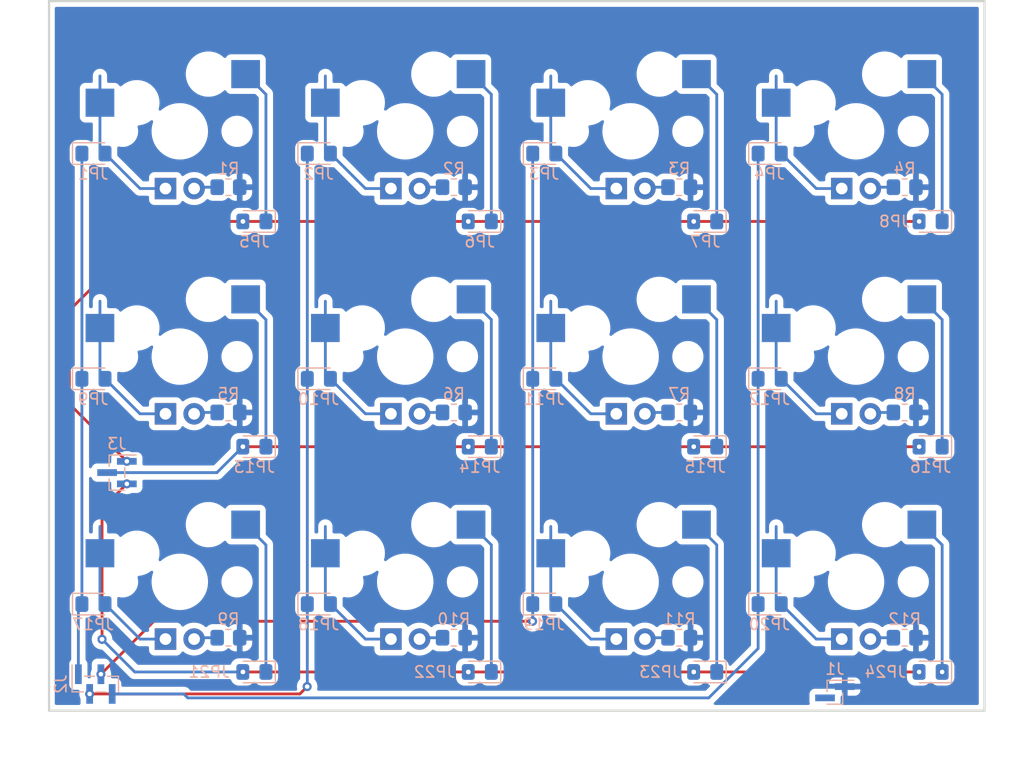
<source format=kicad_pcb>
(kicad_pcb (version 20211014) (generator pcbnew)
  (layers (0 "F.Cu" signal) (31 "B.Cu" signal) (34 "B.Paste" user) (35 "F.Paste" user) (36 "B.SilkS" user "B.Silkscreen") (37 "F.SilkS" user "F.Silkscreen") (38 "B.Mask" user) (39 "F.Mask" user) (44 "Edge.Cuts" user))
  (net 0 "")
  (net 1 "5V")
  (net 2 "GND")
  (net 3 "COL0")
  (net 4 "COL1")
  (net 5 "COL2")
  (net 6 "COL3")
  (net 7 "ROW0")
  (net 8 "ROW1")
  (net 9 "ROW2")
  (net 10 "Net-(R1-Pad2)")
  (net 11 "Net-(JP4-Pad2)")
  (net 12 "Net-(JP1-Pad2)")
  (net 13 "Net-(JP5-Pad1)")
  (net 14 "Net-(JP2-Pad2)")
  (net 15 "Net-(JP3-Pad2)")
  (net 16 "Net-(JP6-Pad1)")
  (net 17 "Net-(JP7-Pad1)")
  (net 18 "Net-(JP8-Pad1)")
  (net 19 "Net-(JP9-Pad2)")
  (net 20 "Net-(JP10-Pad2)")
  (net 21 "Net-(JP11-Pad2)")
  (net 22 "Net-(JP12-Pad2)")
  (net 23 "Net-(JP13-Pad1)")
  (net 24 "Net-(JP14-Pad1)")
  (net 25 "Net-(JP15-Pad1)")
  (net 26 "Net-(JP16-Pad1)")
  (net 27 "Net-(JP17-Pad2)")
  (net 28 "Net-(JP18-Pad2)")
  (net 29 "Net-(JP19-Pad2)")
  (net 30 "Net-(JP20-Pad2)")
  (net 31 "Net-(JP21-Pad1)")
  (net 32 "Net-(JP22-Pad1)")
  (net 33 "Net-(JP23-Pad1)")
  (net 34 "Net-(JP24-Pad1)")
  (net 35 "Net-(R2-Pad2)")
  (net 36 "Net-(R3-Pad2)")
  (net 37 "Net-(R4-Pad2)")
  (net 38 "Net-(R5-Pad2)")
  (net 39 "Net-(R6-Pad2)")
  (net 40 "Net-(R7-Pad2)")
  (net 41 "Net-(R8-Pad2)")
  (net 42 "Net-(R9-Pad2)")
  (net 43 "Net-(R10-Pad2)")
  (net 44 "Net-(R11-Pad2)")
  (net 45 "Net-(R12-Pad2)")
  (footprint "MX_Only:MXOnly-1U-FLIPPED-Hotswap-LED" (layer "F.Cu") (at 145 53)
    (fp_text reference "SW1")
    (fp_text value "SW_Push")
  )
  (footprint "MX_Only:MXOnly-1U-FLIPPED-Hotswap-LED" (layer "F.Cu") (at 205 73)
    (fp_text reference "SW8")
    (fp_text value "SW_Push")
  )
  (footprint "MX_Only:MXOnly-1U-FLIPPED-Hotswap-LED" (layer "F.Cu") (at 165 53)
    (fp_text reference "SW2")
    (fp_text value "SW_Push")
  )
  (footprint "MX_Only:MXOnly-1U-FLIPPED-Hotswap-LED" (layer "F.Cu") (at 165 93)
    (fp_text reference "SW10")
    (fp_text value "SW_Push")
  )
  (footprint "MX_Only:MXOnly-1U-FLIPPED-Hotswap-LED" (layer "F.Cu") (at 185 93)
    (fp_text reference "SW11")
    (fp_text value "SW_Push")
  )
  (footprint "MX_Only:MXOnly-1U-FLIPPED-Hotswap-LED" (layer "F.Cu") (at 185 73)
    (fp_text reference "SW7")
    (fp_text value "SW_Push")
  )
  (footprint "MX_Only:MXOnly-1U-FLIPPED-Hotswap-LED" (layer "F.Cu") (at 205 53)
    (fp_text reference "SW4")
    (fp_text value "SW_Push")
  )
  (footprint "MX_Only:MXOnly-1U-FLIPPED-Hotswap-LED" (layer "F.Cu") (at 205 93)
    (fp_text reference "SW12")
    (fp_text value "SW_Push")
  )
  (footprint "MX_Only:MXOnly-1U-FLIPPED-Hotswap-LED" (layer "F.Cu") (at 145 93)
    (fp_text reference "SW9")
    (fp_text value "SW_Push")
  )
  (footprint "MX_Only:MXOnly-1U-FLIPPED-Hotswap-LED" (layer "F.Cu") (at 185 53)
    (fp_text reference "SW3")
    (fp_text value "SW_Push")
  )
  (footprint "MX_Only:MXOnly-1U-FLIPPED-Hotswap-LED" (layer "F.Cu") (at 145 73)
    (fp_text reference "SW5")
    (fp_text value "SW_Push")
  )
  (footprint "MX_Only:MXOnly-1U-FLIPPED-Hotswap-LED" (layer "F.Cu") (at 165 73)
    (fp_text reference "SW6")
    (fp_text value "SW_Push")
  )
  (footprint "Resistor_SMD:R_0805_2012Metric_Pad1.20x1.40mm_HandSolder" (layer "B.Cu") (at 209.315 77.96 180)
    (fp_text reference "R8")
    (fp_text value "R")
  )
  (footprint "Resistor_SMD:R_0805_2012Metric_Pad1.20x1.40mm_HandSolder" (layer "B.Cu") (at 149.315 57.96 180)
    (fp_text reference "R1")
    (fp_text value "R")
  )
  (footprint "Resistor_SMD:R_0805_2012Metric_Pad1.20x1.40mm_HandSolder" (layer "B.Cu") (at 189.315 97.96 180)
    (fp_text reference "R11")
    (fp_text value "R")
  )
  (footprint "Diode_SMD:D_0805_2012Metric_Pad1.15x1.40mm_HandSolder" (layer "B.Cu") (at 137.338609 94.972781)
    (fp_text reference "JP17")
    (fp_text value "SolderJumper_2_Open")
  )
  (footprint "Resistor_SMD:R_0805_2012Metric_Pad1.20x1.40mm_HandSolder" (layer "B.Cu") (at 169.315 57.96 180)
    (fp_text reference "R2")
    (fp_text value "R")
  )
  (footprint "Diode_SMD:D_0805_2012Metric_Pad1.15x1.40mm_HandSolder" (layer "B.Cu") (at 151.616424 81 180)
    (fp_text reference "JP13")
    (fp_text value "SolderJumper_2_Open")
  )
  (footprint "Diode_SMD:D_0805_2012Metric_Pad1.15x1.40mm_HandSolder" (layer "B.Cu") (at 191.616424 81 180)
    (fp_text reference "JP15")
    (fp_text value "SolderJumper_2_Open")
  )
  (footprint "Diode_SMD:D_0805_2012Metric_Pad1.15x1.40mm_HandSolder" (layer "B.Cu") (at 197.338609 54.972781)
    (fp_text reference "JP4")
    (fp_text value "SolderJumper_2_Open")
  )
  (footprint "Connector_PinHeader_1.00mm:PinHeader_1x02_P1.00mm_Vertical_SMD_Pin1Left" (layer "B.Cu") (at 203.125 102.8 180)
    (fp_text reference "J1")
    (fp_text value "Conn_01x02_Male")
  )
  (footprint "Diode_SMD:D_0805_2012Metric_Pad1.15x1.40mm_HandSolder" (layer "B.Cu") (at 177.338609 54.972781)
    (fp_text reference "JP3")
    (fp_text value "SolderJumper_2_Open")
  )
  (footprint "Diode_SMD:D_0805_2012Metric_Pad1.15x1.40mm_HandSolder" (layer "B.Cu") (at 171.616424 61 180)
    (fp_text reference "JP6")
    (fp_text value "SolderJumper_2_Open")
  )
  (footprint "Diode_SMD:D_0805_2012Metric_Pad1.15x1.40mm_HandSolder" (layer "B.Cu") (at 171.616424 101 180)
    (fp_text reference "JP22")
    (fp_text value "SolderJumper_2_Open")
  )
  (footprint "Resistor_SMD:R_0805_2012Metric_Pad1.20x1.40mm_HandSolder" (layer "B.Cu") (at 169.315 97.96 180)
    (fp_text reference "R10")
    (fp_text value "R")
  )
  (footprint "Diode_SMD:D_0805_2012Metric_Pad1.15x1.40mm_HandSolder" (layer "B.Cu") (at 177.338609 94.972781)
    (fp_text reference "JP19")
    (fp_text value "SolderJumper_2_Open")
  )
  (footprint "Diode_SMD:D_0805_2012Metric_Pad1.15x1.40mm_HandSolder" (layer "B.Cu") (at 137.338609 74.972781)
    (fp_text reference "JP9")
    (fp_text value "SolderJumper_2_Open")
  )
  (footprint "Resistor_SMD:R_0805_2012Metric_Pad1.20x1.40mm_HandSolder" (layer "B.Cu") (at 189.315 57.96 180)
    (fp_text reference "R3")
    (fp_text value "R")
  )
  (footprint "Connector_PinHeader_1.00mm:PinHeader_1x03_P1.00mm_Vertical_SMD_Pin1Left" (layer "B.Cu") (at 139.425 83.3 180)
    (fp_text reference "J3")
    (fp_text value "Conn_01x03_Male")
  )
  (footprint "Diode_SMD:D_0805_2012Metric_Pad1.15x1.40mm_HandSolder" (layer "B.Cu") (at 191.616424 101 180)
    (fp_text reference "JP23")
    (fp_text value "SolderJumper_2_Open")
  )
  (footprint "Resistor_SMD:R_0805_2012Metric_Pad1.20x1.40mm_HandSolder" (layer "B.Cu") (at 209.315 97.96 180)
    (fp_text reference "R12")
    (fp_text value "R")
  )
  (footprint "Diode_SMD:D_0805_2012Metric_Pad1.15x1.40mm_HandSolder" (layer "B.Cu") (at 211.616424 61 180)
    (fp_text reference "JP8")
    (fp_text value "SolderJumper_2_Open")
  )
  (footprint "Diode_SMD:D_0805_2012Metric_Pad1.15x1.40mm_HandSolder" (layer "B.Cu") (at 171.616424 81 180)
    (fp_text reference "JP14")
    (fp_text value "SolderJumper_2_Open")
  )
  (footprint "Diode_SMD:D_0805_2012Metric_Pad1.15x1.40mm_HandSolder" (layer "B.Cu") (at 177.338609 74.972781)
    (fp_text reference "JP11")
    (fp_text value "SolderJumper_2_Open")
  )
  (footprint "Diode_SMD:D_0805_2012Metric_Pad1.15x1.40mm_HandSolder" (layer "B.Cu") (at 211.616424 81 180)
    (fp_text reference "JP16")
    (fp_text value "SolderJumper_2_Open")
  )
  (footprint "Diode_SMD:D_0805_2012Metric_Pad1.15x1.40mm_HandSolder" (layer "B.Cu") (at 197.338609 94.972781)
    (fp_text reference "JP20")
    (fp_text value "SolderJumper_2_Open")
  )
  (footprint "Resistor_SMD:R_0805_2012Metric_Pad1.20x1.40mm_HandSolder" (layer "B.Cu") (at 149.315 77.96 180)
    (fp_text reference "R5")
    (fp_text value "R")
  )
  (footprint "Resistor_SMD:R_0805_2012Metric_Pad1.20x1.40mm_HandSolder" (layer "B.Cu") (at 169.315 77.96 180)
    (fp_text reference "R6")
    (fp_text value "R")
  )
  (footprint "Diode_SMD:D_0805_2012Metric_Pad1.15x1.40mm_HandSolder" (layer "B.Cu") (at 151.616424 61 180)
    (fp_text reference "JP5")
    (fp_text value "SolderJumper_2_Open")
  )
  (footprint "Resistor_SMD:R_0805_2012Metric_Pad1.20x1.40mm_HandSolder" (layer "B.Cu") (at 149.315 97.96 180)
    (fp_text reference "R9")
    (fp_text value "R")
  )
  (footprint "Diode_SMD:D_0805_2012Metric_Pad1.15x1.40mm_HandSolder" (layer "B.Cu") (at 151.616424 101 180)
    (fp_text reference "JP21")
    (fp_text value "SolderJumper_2_Open")
  )
  (footprint "Resistor_SMD:R_0805_2012Metric_Pad1.20x1.40mm_HandSolder" (layer "B.Cu") (at 189.315 77.96 180)
    (fp_text reference "R7")
    (fp_text value "R")
  )
  (footprint "Diode_SMD:D_0805_2012Metric_Pad1.15x1.40mm_HandSolder" (layer "B.Cu") (at 137.338609 54.972781)
    (fp_text reference "JP1")
    (fp_text value "SolderJumper_2_Open")
  )
  (footprint "Diode_SMD:D_0805_2012Metric_Pad1.15x1.40mm_HandSolder" (layer "B.Cu") (at 157.338609 74.972781)
    (fp_text reference "JP10")
    (fp_text value "SolderJumper_2_Open")
  )
  (footprint "Diode_SMD:D_0805_2012Metric_Pad1.15x1.40mm_HandSolder" (layer "B.Cu") (at 197.338609 74.972781)
    (fp_text reference "JP12")
    (fp_text value "SolderJumper_2_Open")
  )
  (footprint "Resistor_SMD:R_0805_2012Metric_Pad1.20x1.40mm_HandSolder" (layer "B.Cu") (at 209.315 57.96 180)
    (fp_text reference "R4")
    (fp_text value "R")
  )
  (footprint "Diode_SMD:D_0805_2012Metric_Pad1.15x1.40mm_HandSolder" (layer "B.Cu") (at 157.338609 94.972781)
    (fp_text reference "JP18")
    (fp_text value "SolderJumper_2_Open")
  )
  (footprint "Diode_SMD:D_0805_2012Metric_Pad1.15x1.40mm_HandSolder" (layer "B.Cu") (at 191.616424 61 180)
    (fp_text reference "JP7")
    (fp_text value "SolderJumper_2_Open")
  )
  (footprint "Diode_SMD:D_0805_2012Metric_Pad1.15x1.40mm_HandSolder" (layer "B.Cu") (at 157.338609 54.972781)
    (fp_text reference "JP2")
    (fp_text value "SolderJumper_2_Open")
  )
  (footprint "Connector_PinHeader_1.00mm:PinHeader_1x04_P1.00mm_Vertical_SMD_Pin1Left" (layer "B.Cu") (at 137.5 102.075 -90)
    (fp_text reference "J2")
    (fp_text value "Conn_01x04_Male")
  )
  (footprint "Diode_SMD:D_0805_2012Metric_Pad1.15x1.40mm_HandSolder" (layer "B.Cu") (at 211.616424 101 180)
    (fp_text reference "JP24")
    (fp_text value "SolderJumper_2_Open")
  )
  (gr_rect (start 133.4 41.44) (end 216.4 104.44) (layer "Edge.Cuts") (width 0.2) (fill none))
  (segment (start 136.313609 94.972781) (end 136 95.28639) (width 0.25) (layer "B.Cu") (net 3))
  (segment (start 136 95.28639) (end 136 101.2) (width 0.25) (layer "B.Cu") (net 3))
  (segment (start 136.313609 74.972781) (end 136.313609 94.972781) (width 0.25) (layer "B.Cu") (net 3))
  (segment (start 136.313609 54.972781) (end 136.313609 74.972781) (width 0.25) (layer "B.Cu") (net 3))
  (segment (start 155.65 102.95) (end 137 102.95) (width 0.25) (layer "F.Cu") (net 4))
  (segment (start 156.3 102.3) (end 155.65 102.95) (width 0.25) (layer "F.Cu") (net 4))
  (via (at 156.3 102.3) (size 0.8) (drill 0.4) (layers "F.Cu" "B.Cu") (net 4))
  (via (at 137 102.95) (size 0.8) (drill 0.4) (layers "F.Cu" "B.Cu") (net 4))
  (segment (start 156.313609 74.972781) (end 156.313609 94.972781) (width 0.25) (layer "B.Cu") (net 4))
  (segment (start 156.313609 94.972781) (end 156.313609 102.286391) (width 0.25) (layer "B.Cu") (net 4))
  (segment (start 156.313609 102.286391) (end 156.3 102.3) (width 0.25) (layer "B.Cu") (net 4))
  (segment (start 156.313609 54.972781) (end 156.313609 74.972781) (width 0.25) (layer "B.Cu") (net 4))
  (segment (start 142.7 96.5) (end 138 101.2) (width 0.25) (layer "F.Cu") (net 5))
  (segment (start 176.3 96.5) (end 142.7 96.5) (width 0.25) (layer "F.Cu") (net 5))
  (via (at 138 101.2) (size 0.8) (drill 0.4) (layers "F.Cu" "B.Cu") (net 5))
  (via (at 176.3 96.5) (size 0.8) (drill 0.4) (layers "F.Cu" "B.Cu") (net 5))
  (segment (start 176.313609 94.972781) (end 176.313609 96.486391) (width 0.25) (layer "B.Cu") (net 5))
  (segment (start 176.313609 96.486391) (end 176.3 96.5) (width 0.25) (layer "B.Cu") (net 5))
  (segment (start 176.313609 74.972781) (end 176.313609 94.972781) (width 0.25) (layer "B.Cu") (net 5))
  (segment (start 176.313609 54.972781) (end 176.313609 74.972781) (width 0.25) (layer "B.Cu") (net 5))
  (segment (start 145.35 102.95) (end 139 102.95) (width 0.25) (layer "B.Cu") (net 6))
  (segment (start 196.313609 94.972781) (end 196.313609 98.915988) (width 0.25) (layer "B.Cu") (net 6))
  (segment (start 196.313609 74.972781) (end 196.313609 94.972781) (width 0.25) (layer "B.Cu") (net 6))
  (segment (start 196.313609 54.972781) (end 196.313609 74.972781) (width 0.25) (layer "B.Cu") (net 6))
  (segment (start 145.7 103.3) (end 145.35 102.95) (width 0.25) (layer "B.Cu") (net 6))
  (segment (start 196.313609 98.915988) (end 191.929597 103.3) (width 0.25) (layer "B.Cu") (net 6))
  (segment (start 191.929597 103.3) (end 145.7 103.3) (width 0.25) (layer "B.Cu") (net 6))
  (segment (start 170.6 61) (end 150.6 61) (width 0.25) (layer "F.Cu") (net 7))
  (segment (start 143.1 61) (end 135.2 68.9) (width 0.25) (layer "F.Cu") (net 7))
  (segment (start 210.6 61) (end 190.6 61) (width 0.25) (layer "F.Cu") (net 7))
  (segment (start 135.2 77.2) (end 140.3 82.3) (width 0.25) (layer "F.Cu") (net 7))
  (segment (start 150.6 61) (end 143.1 61) (width 0.25) (layer "F.Cu") (net 7))
  (segment (start 190.6 61) (end 170.6 61) (width 0.25) (layer "F.Cu") (net 7))
  (segment (start 135.2 68.9) (end 135.2 77.2) (width 0.25) (layer "F.Cu") (net 7))
  (via (at 190.6 61) (size 0.8) (drill 0.4) (layers "F.Cu" "B.Cu") (net 7))
  (via (at 150.6 61) (size 0.8) (drill 0.4) (layers "F.Cu" "B.Cu") (net 7))
  (via (at 210.6 61) (size 0.8) (drill 0.4) (layers "F.Cu" "B.Cu") (net 7))
  (via (at 190.6 61) (size 0.8) (drill 0.4) (layers "F.Cu" "B.Cu") (net 7))
  (via (at 170.6 61) (size 0.8) (drill 0.4) (layers "F.Cu" "B.Cu") (net 7))
  (via (at 150.6 61) (size 0.8) (drill 0.4) (layers "F.Cu" "B.Cu") (net 7))
  (via (at 140.3 82.3) (size 0.8) (drill 0.4) (layers "F.Cu" "B.Cu") (net 7))
  (via (at 170.6 61) (size 0.8) (drill 0.4) (layers "F.Cu" "B.Cu") (net 7))
  (segment (start 190.591424 61) (end 190.6 61) (width 0.25) (layer "B.Cu") (net 7))
  (segment (start 150.591424 61) (end 150.6 61) (width 0.25) (layer "B.Cu") (net 7))
  (segment (start 210.591424 61) (end 210.6 61) (width 0.25) (layer "B.Cu") (net 7))
  (segment (start 170.591424 61) (end 170.6 61) (width 0.25) (layer "B.Cu") (net 7))
  (segment (start 190.6 81) (end 170.6 81) (width 0.25) (layer "F.Cu") (net 8))
  (segment (start 170.6 81) (end 150.6 81) (width 0.25) (layer "F.Cu") (net 8))
  (segment (start 210.6 81) (end 190.6 81) (width 0.25) (layer "F.Cu") (net 8))
  (via (at 150.6 81) (size 0.8) (drill 0.4) (layers "F.Cu" "B.Cu") (net 8))
  (via (at 190.6 81) (size 0.8) (drill 0.4) (layers "F.Cu" "B.Cu") (net 8))
  (via (at 170.6 81) (size 0.8) (drill 0.4) (layers "F.Cu" "B.Cu") (net 8))
  (via (at 170.6 81) (size 0.8) (drill 0.4) (layers "F.Cu" "B.Cu") (net 8))
  (via (at 150.6 81) (size 0.8) (drill 0.4) (layers "F.Cu" "B.Cu") (net 8))
  (via (at 210.6 81) (size 0.8) (drill 0.4) (layers "F.Cu" "B.Cu") (net 8))
  (via (at 190.6 81) (size 0.8) (drill 0.4) (layers "F.Cu" "B.Cu") (net 8))
  (segment (start 190.591424 81) (end 190.6 81) (width 0.25) (layer "B.Cu") (net 8))
  (segment (start 148.291424 83.3) (end 150.591424 81) (width 0.25) (layer "B.Cu") (net 8))
  (segment (start 138.55 83.3) (end 148.291424 83.3) (width 0.25) (layer "B.Cu") (net 8))
  (segment (start 150.591424 81) (end 150.6 81) (width 0.25) (layer "B.Cu") (net 8))
  (segment (start 170.591424 81) (end 170.6 81) (width 0.25) (layer "B.Cu") (net 8))
  (segment (start 210.591424 81) (end 210.6 81) (width 0.25) (layer "B.Cu") (net 8))
  (segment (start 210.6 101) (end 190.6 101) (width 0.25) (layer "F.Cu") (net 9))
  (segment (start 190.6 101) (end 170.6 101) (width 0.25) (layer "F.Cu") (net 9))
  (segment (start 138.1 98.1) (end 138.1 86.5) (width 0.25) (layer "F.Cu") (net 9))
  (segment (start 138.1 86.5) (end 140.3 84.3) (width 0.25) (layer "F.Cu") (net 9))
  (segment (start 170.6 101) (end 150.6 101) (width 0.25) (layer "F.Cu") (net 9))
  (via (at 138.1 98.1) (size 0.8) (drill 0.4) (layers "F.Cu" "B.Cu") (net 9))
  (via (at 190.6 101) (size 0.8) (drill 0.4) (layers "F.Cu" "B.Cu") (net 9))
  (via (at 150.6 101) (size 0.8) (drill 0.4) (layers "F.Cu" "B.Cu") (net 9))
  (via (at 138.1 98.1) (size 0.8) (drill 0.4) (layers "F.Cu" "B.Cu") (net 9))
  (via (at 140.3 84.3) (size 0.8) (drill 0.4) (layers "F.Cu" "B.Cu") (net 9))
  (via (at 210.6 101) (size 0.8) (drill 0.4) (layers "F.Cu" "B.Cu") (net 9))
  (via (at 190.6 101) (size 0.8) (drill 0.4) (layers "F.Cu" "B.Cu") (net 9))
  (via (at 170.6 101) (size 0.8) (drill 0.4) (layers "F.Cu" "B.Cu") (net 9))
  (via (at 150.6 101) (size 0.8) (drill 0.4) (layers "F.Cu" "B.Cu") (net 9))
  (via (at 170.6 101) (size 0.8) (drill 0.4) (layers "F.Cu" "B.Cu") (net 9))
  (segment (start 150.591424 101) (end 150.6 101) (width 0.25) (layer "B.Cu") (net 9))
  (segment (start 141 101) (end 138.1 98.1) (width 0.25) (layer "B.Cu") (net 9))
  (segment (start 190.591424 101) (end 190.6 101) (width 0.25) (layer "B.Cu") (net 9))
  (segment (start 170.591424 101) (end 170.6 101) (width 0.25) (layer "B.Cu") (net 9))
  (segment (start 150.591424 101) (end 141 101) (width 0.25) (layer "B.Cu") (net 9))
  (segment (start 210.591424 101) (end 210.6 101) (width 0.25) (layer "B.Cu") (net 9))
  (segment (start 146.39 57.96) (end 146.27 58.08) (width 0.25) (layer "B.Cu") (net 10))
  (segment (start 148.315 57.96) (end 146.39 57.96) (width 0.25) (layer "B.Cu") (net 10))
  (segment (start 203.6 58.21) (end 203.73 58.08) (width 0.25) (layer "B.Cu") (net 11))
  (segment (start 197.915 54.524172) (end 197.915 50.46) (width 0.25) (layer "B.Cu") (net 11))
  (segment (start 198.363609 54.972781) (end 201.470828 58.08) (width 0.25) (layer "B.Cu") (net 11))
  (segment (start 201.470828 58.08) (end 203.73 58.08) (width 0.25) (layer "B.Cu") (net 11))
  (segment (start 198.363609 54.972781) (end 197.915 54.524172) (width 0.25) (layer "B.Cu") (net 11))
  (segment (start 197.915 50.46) (end 197.915 48.085) (width 0.25) (layer "B.Cu") (net 11))
  (segment (start 137.915 54.524172) (end 137.915 50.46) (width 0.25) (layer "B.Cu") (net 12))
  (segment (start 141.470828 58.08) (end 143.73 58.08) (width 0.25) (layer "B.Cu") (net 12))
  (segment (start 143.6 58.21) (end 143.73 58.08) (width 0.25) (layer "B.Cu") (net 12))
  (segment (start 138.363609 54.972781) (end 137.915 54.524172) (width 0.25) (layer "B.Cu") (net 12))
  (segment (start 138.363609 54.972781) (end 141.470828 58.08) (width 0.25) (layer "B.Cu") (net 12))
  (segment (start 137.915 50.46) (end 137.915 48.085) (width 0.25) (layer "B.Cu") (net 12))
  (segment (start 152.641424 49.719424) (end 150.842 47.92) (width 0.25) (layer "B.Cu") (net 13))
  (segment (start 152.641424 61) (end 152.641424 49.719424) (width 0.25) (layer "B.Cu") (net 13))
  (segment (start 163.6 58.21) (end 163.73 58.08) (width 0.25) (layer "B.Cu") (net 14))
  (segment (start 161.470828 58.08) (end 163.73 58.08) (width 0.25) (layer "B.Cu") (net 14))
  (segment (start 158.363609 54.972781) (end 157.915 54.524172) (width 0.25) (layer "B.Cu") (net 14))
  (segment (start 157.915 50.46) (end 157.915 48.085) (width 0.25) (layer "B.Cu") (net 14))
  (segment (start 157.915 54.524172) (end 157.915 50.46) (width 0.25) (layer "B.Cu") (net 14))
  (segment (start 158.363609 54.972781) (end 161.470828 58.08) (width 0.25) (layer "B.Cu") (net 14))
  (segment (start 178.363609 54.972781) (end 181.470828 58.08) (width 0.25) (layer "B.Cu") (net 15))
  (segment (start 178.363609 54.972781) (end 177.915 54.524172) (width 0.25) (layer "B.Cu") (net 15))
  (segment (start 177.915 50.46) (end 177.915 48.085) (width 0.25) (layer "B.Cu") (net 15))
  (segment (start 177.915 54.524172) (end 177.915 50.46) (width 0.25) (layer "B.Cu") (net 15))
  (segment (start 181.470828 58.08) (end 183.73 58.08) (width 0.25) (layer "B.Cu") (net 15))
  (segment (start 183.6 58.21) (end 183.73 58.08) (width 0.25) (layer "B.Cu") (net 15))
  (segment (start 172.641424 49.719424) (end 170.842 47.92) (width 0.25) (layer "B.Cu") (net 16))
  (segment (start 172.641424 61) (end 172.641424 49.719424) (width 0.25) (layer "B.Cu") (net 16))
  (segment (start 192.641424 49.719424) (end 190.842 47.92) (width 0.25) (layer "B.Cu") (net 17))
  (segment (start 192.641424 61) (end 192.641424 49.719424) (width 0.25) (layer "B.Cu") (net 17))
  (segment (start 212.641424 61) (end 212.641424 49.719424) (width 0.25) (layer "B.Cu") (net 18))
  (segment (start 212.641424 49.719424) (end 210.842 47.92) (width 0.25) (layer "B.Cu") (net 18))
  (segment (start 143.6 78.21) (end 143.73 78.08) (width 0.25) (layer "B.Cu") (net 19))
  (segment (start 138.363609 74.972781) (end 141.470828 78.08) (width 0.25) (layer "B.Cu") (net 19))
  (segment (start 137.915 74.524172) (end 137.915 70.46) (width 0.25) (layer "B.Cu") (net 19))
  (segment (start 138.363609 74.972781) (end 137.915 74.524172) (width 0.25) (layer "B.Cu") (net 19))
  (segment (start 137.915 70.46) (end 137.915 68.085) (width 0.25) (layer "B.Cu") (net 19))
  (segment (start 141.470828 78.08) (end 143.73 78.08) (width 0.25) (layer "B.Cu") (net 19))
  (segment (start 157.915 74.524172) (end 157.915 70.46) (width 0.25) (layer "B.Cu") (net 20))
  (segment (start 163.6 78.21) (end 163.73 78.08) (width 0.25) (layer "B.Cu") (net 20))
  (segment (start 158.363609 74.972781) (end 157.915 74.524172) (width 0.25) (layer "B.Cu") (net 20))
  (segment (start 157.915 70.46) (end 157.915 68.085) (width 0.25) (layer "B.Cu") (net 20))
  (segment (start 161.470828 78.08) (end 163.73 78.08) (width 0.25) (layer "B.Cu") (net 20))
  (segment (start 158.363609 74.972781) (end 161.470828 78.08) (width 0.25) (layer "B.Cu") (net 20))
  (segment (start 178.363609 74.972781) (end 177.915 74.524172) (width 0.25) (layer "B.Cu") (net 21))
  (segment (start 177.915 70.46) (end 177.915 68.085) (width 0.25) (layer "B.Cu") (net 21))
  (segment (start 177.915 74.524172) (end 177.915 70.46) (width 0.25) (layer "B.Cu") (net 21))
  (segment (start 181.470828 78.08) (end 183.73 78.08) (width 0.25) (layer "B.Cu") (net 21))
  (segment (start 178.363609 74.972781) (end 181.470828 78.08) (width 0.25) (layer "B.Cu") (net 21))
  (segment (start 183.6 78.21) (end 183.73 78.08) (width 0.25) (layer "B.Cu") (net 21))
  (segment (start 197.915 70.46) (end 197.915 68.085) (width 0.25) (layer "B.Cu") (net 22))
  (segment (start 203.6 78.21) (end 203.73 78.08) (width 0.25) (layer "B.Cu") (net 22))
  (segment (start 197.915 74.524172) (end 197.915 70.46) (width 0.25) (layer "B.Cu") (net 22))
  (segment (start 198.363609 74.972781) (end 201.470828 78.08) (width 0.25) (layer "B.Cu") (net 22))
  (segment (start 201.470828 78.08) (end 203.73 78.08) (width 0.25) (layer "B.Cu") (net 22))
  (segment (start 198.363609 74.972781) (end 197.915 74.524172) (width 0.25) (layer "B.Cu") (net 22))
  (segment (start 152.641424 69.719424) (end 150.842 67.92) (width 0.25) (layer "B.Cu") (net 23))
  (segment (start 152.641424 81) (end 152.641424 69.719424) (width 0.25) (layer "B.Cu") (net 23))
  (segment (start 172.641424 81) (end 172.641424 69.719424) (width 0.25) (layer "B.Cu") (net 24))
  (segment (start 172.641424 69.719424) (end 170.842 67.92) (width 0.25) (layer "B.Cu") (net 24))
  (segment (start 192.641424 69.719424) (end 190.842 67.92) (width 0.25) (layer "B.Cu") (net 25))
  (segment (start 192.641424 81) (end 192.641424 69.719424) (width 0.25) (layer "B.Cu") (net 25))
  (segment (start 212.641424 69.719424) (end 210.842 67.92) (width 0.25) (layer "B.Cu") (net 26))
  (segment (start 212.641424 81) (end 212.641424 69.719424) (width 0.25) (layer "B.Cu") (net 26))
  (segment (start 137.915 90.46) (end 137.915 88.085) (width 0.25) (layer "B.Cu") (net 27))
  (segment (start 137.915 94.524172) (end 137.915 90.46) (width 0.25) (layer "B.Cu") (net 27))
  (segment (start 143.6 98.21) (end 143.73 98.08) (width 0.25) (layer "B.Cu") (net 27))
  (segment (start 138.363609 94.972781) (end 137.915 94.524172) (width 0.25) (layer "B.Cu") (net 27))
  (segment (start 138.363609 94.972781) (end 141.470828 98.08) (width 0.25) (layer "B.Cu") (net 27))
  (segment (start 141.470828 98.08) (end 143.73 98.08) (width 0.25) (layer "B.Cu") (net 27))
  (segment (start 157.915 90.46) (end 157.915 88.085) (width 0.25) (layer "B.Cu") (net 28))
  (segment (start 163.6 98.21) (end 163.73 98.08) (width 0.25) (layer "B.Cu") (net 28))
  (segment (start 158.363609 94.972781) (end 157.915 94.524172) (width 0.25) (layer "B.Cu") (net 28))
  (segment (start 158.363609 94.972781) (end 161.470828 98.08) (width 0.25) (layer "B.Cu") (net 28))
  (segment (start 157.915 94.524172) (end 157.915 90.46) (width 0.25) (layer "B.Cu") (net 28))
  (segment (start 161.470828 98.08) (end 163.73 98.08) (width 0.25) (layer "B.Cu") (net 28))
  (segment (start 178.363609 94.972781) (end 177.915 94.524172) (width 0.25) (layer "B.Cu") (net 29))
  (segment (start 177.915 90.46) (end 177.915 88.085) (width 0.25) (layer "B.Cu") (net 29))
  (segment (start 177.915 94.524172) (end 177.915 90.46) (width 0.25) (layer "B.Cu") (net 29))
  (segment (start 181.470828 98.08) (end 183.73 98.08) (width 0.25) (layer "B.Cu") (net 29))
  (segment (start 178.363609 94.972781) (end 181.470828 98.08) (width 0.25) (layer "B.Cu") (net 29))
  (segment (start 183.6 98.21) (end 183.73 98.08) (width 0.25) (layer "B.Cu") (net 29))
  (segment (start 198.363609 94.972781) (end 201.470828 98.08) (width 0.25) (layer "B.Cu") (net 30))
  (segment (start 197.915 90.46) (end 197.915 88.085) (width 0.25) (layer "B.Cu") (net 30))
  (segment (start 198.363609 94.972781) (end 197.915 94.524172) (width 0.25) (layer "B.Cu") (net 30))
  (segment (start 203.6 98.21) (end 203.73 98.08) (width 0.25) (layer "B.Cu") (net 30))
  (segment (start 197.915 94.524172) (end 197.915 90.46) (width 0.25) (layer "B.Cu") (net 30))
  (segment (start 201.470828 98.08) (end 203.73 98.08) (width 0.25) (layer "B.Cu") (net 30))
  (segment (start 152.641424 89.719424) (end 150.842 87.92) (width 0.25) (layer "B.Cu") (net 31))
  (segment (start 152.641424 101) (end 152.641424 89.719424) (width 0.25) (layer "B.Cu") (net 31))
  (segment (start 172.641424 101) (end 172.641424 89.719424) (width 0.25) (layer "B.Cu") (net 32))
  (segment (start 172.641424 89.719424) (end 170.842 87.92) (width 0.25) (layer "B.Cu") (net 32))
  (segment (start 192.641424 89.719424) (end 190.842 87.92) (width 0.25) (layer "B.Cu") (net 33))
  (segment (start 192.641424 101) (end 192.641424 89.719424) (width 0.25) (layer "B.Cu") (net 33))
  (via (at 212.641424 101) (size 0.8) (drill 0.4) (layers "F.Cu" "B.Cu") (net 34))
  (segment (start 212.641424 89.719424) (end 210.842 87.92) (width 0.25) (layer "B.Cu") (net 34))
  (segment (start 212.641424 101) (end 212.641424 89.719424) (width 0.25) (layer "B.Cu") (net 34))
  (segment (start 166.39 57.96) (end 166.27 58.08) (width 0.25) (layer "B.Cu") (net 35))
  (segment (start 168.315 57.96) (end 166.39 57.96) (width 0.25) (layer "B.Cu") (net 35))
  (segment (start 186.39 57.96) (end 186.27 58.08) (width 0.25) (layer "B.Cu") (net 36))
  (segment (start 188.315 57.96) (end 186.39 57.96) (width 0.25) (layer "B.Cu") (net 36))
  (segment (start 206.39 57.96) (end 206.27 58.08) (width 0.25) (layer "B.Cu") (net 37))
  (segment (start 208.315 57.96) (end 206.39 57.96) (width 0.25) (layer "B.Cu") (net 37))
  (segment (start 148.315 77.96) (end 146.39 77.96) (width 0.25) (layer "B.Cu") (net 38))
  (segment (start 146.39 77.96) (end 146.27 78.08) (width 0.25) (layer "B.Cu") (net 38))
  (segment (start 168.315 77.96) (end 166.39 77.96) (width 0.25) (layer "B.Cu") (net 39))
  (segment (start 166.39 77.96) (end 166.27 78.08) (width 0.25) (layer "B.Cu") (net 39))
  (segment (start 186.39 77.96) (end 186.27 78.08) (width 0.25) (layer "B.Cu") (net 40))
  (segment (start 188.315 77.96) (end 186.39 77.96) (width 0.25) (layer "B.Cu") (net 40))
  (segment (start 208.315 77.96) (end 206.39 77.96) (width 0.25) (layer "B.Cu") (net 41))
  (segment (start 206.39 77.96) (end 206.27 78.08) (width 0.25) (layer "B.Cu") (net 41))
  (segment (start 148.315 97.96) (end 146.39 97.96) (width 0.25) (layer "B.Cu") (net 42))
  (segment (start 146.39 97.96) (end 146.27 98.08) (width 0.25) (layer "B.Cu") (net 42))
  (segment (start 168.315 97.96) (end 166.39 97.96) (width 0.25) (layer "B.Cu") (net 43))
  (segment (start 166.39 97.96) (end 166.27 98.08) (width 0.25) (layer "B.Cu") (net 43))
  (segment (start 186.39 97.96) (end 186.27 98.08) (width 0.25) (layer "B.Cu") (net 44))
  (segment (start 188.315 97.96) (end 186.39 97.96) (width 0.25) (layer "B.Cu") (net 44))
  (segment (start 208.315 97.96) (end 206.39 97.96) (width 0.25) (layer "B.Cu") (net 45))
  (segment (start 206.39 97.96) (end 206.27 98.08) (width 0.25) (layer "B.Cu") (net 45))
  (zone (net 1) (net_name "5V") (layer "B.Cu") (connect_pads (clearance 0.508)) (min_thickness 0.254) (fill yes (thermal_gap 0.508) (thermal_bridge_width 0.508))
    (polygon (pts (xy 216.4 104.4) (xy 133.4 104.4) (xy 133.4 41.4) (xy 216.4 41.4)))
  )
)
</source>
